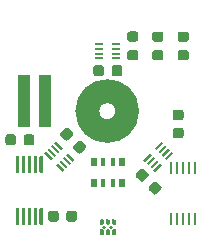
<source format=gbr>
%TF.GenerationSoftware,KiCad,Pcbnew,(5.1.10)-1*%
%TF.CreationDate,2021-10-07T10:54:52-05:00*%
%TF.ProjectId,BYTE_Magnetic,42595445-5f4d-4616-976e-657469632e6b,rev?*%
%TF.SameCoordinates,Original*%
%TF.FileFunction,Soldermask,Bot*%
%TF.FilePolarity,Negative*%
%FSLAX46Y46*%
G04 Gerber Fmt 4.6, Leading zero omitted, Abs format (unit mm)*
G04 Created by KiCad (PCBNEW (5.1.10)-1) date 2021-10-07 10:54:52*
%MOMM*%
%LPD*%
G01*
G04 APERTURE LIST*
%ADD10C,2.000000*%
%ADD11C,0.100000*%
%ADD12R,0.203200X0.304800*%
%ADD13R,1.000000X4.400000*%
%ADD14R,0.500000X0.800000*%
%ADD15R,0.400000X0.800000*%
%ADD16R,0.250000X1.100000*%
%ADD17R,0.800000X0.200000*%
G04 APERTURE END LIST*
D10*
X183671400Y-111669178D02*
G75*
G03*
X183671400Y-111669178I-1682974J0D01*
G01*
D11*
%TO.C,U3*%
G36*
X181907640Y-120850560D02*
G01*
X182110840Y-120850560D01*
X182110840Y-121168060D01*
X182009240Y-121269660D01*
X181907640Y-121168060D01*
X181907640Y-120850560D01*
G37*
X181907640Y-120850560D02*
X182110840Y-120850560D01*
X182110840Y-121168060D01*
X182009240Y-121269660D01*
X181907640Y-121168060D01*
X181907640Y-120850560D01*
G36*
X181407260Y-120850560D02*
G01*
X181610460Y-120850560D01*
X181610460Y-121168060D01*
X181508860Y-121269660D01*
X181407260Y-121269660D01*
X181407260Y-120850560D01*
G37*
X181407260Y-120850560D02*
X181610460Y-120850560D01*
X181610460Y-121168060D01*
X181508860Y-121269660D01*
X181407260Y-121269660D01*
X181407260Y-120850560D01*
G36*
X181407260Y-122049440D02*
G01*
X181610460Y-122049440D01*
X181610460Y-121731940D01*
X181508860Y-121630340D01*
X181407260Y-121630340D01*
X181407260Y-122049440D01*
G37*
X181407260Y-122049440D02*
X181610460Y-122049440D01*
X181610460Y-121731940D01*
X181508860Y-121630340D01*
X181407260Y-121630340D01*
X181407260Y-122049440D01*
G36*
X181907640Y-122049440D02*
G01*
X182110840Y-122049440D01*
X182110840Y-121731940D01*
X182009240Y-121630340D01*
X181907640Y-121731940D01*
X181907640Y-122049440D01*
G37*
X181907640Y-122049440D02*
X182110840Y-122049440D01*
X182110840Y-121731940D01*
X182009240Y-121630340D01*
X181907640Y-121731940D01*
X181907640Y-122049440D01*
G36*
X182611220Y-122049440D02*
G01*
X182408020Y-122049440D01*
X182408020Y-121731940D01*
X182509620Y-121630340D01*
X182611220Y-121630340D01*
X182611220Y-122049440D01*
G37*
X182611220Y-122049440D02*
X182408020Y-122049440D01*
X182408020Y-121731940D01*
X182509620Y-121630340D01*
X182611220Y-121630340D01*
X182611220Y-122049440D01*
G36*
X182611220Y-120850560D02*
G01*
X182408020Y-120850560D01*
X182408020Y-121168060D01*
X182509620Y-121269660D01*
X182611220Y-121269660D01*
X182611220Y-120850560D01*
G37*
X182611220Y-120850560D02*
X182408020Y-120850560D01*
X182408020Y-121168060D01*
X182509620Y-121269660D01*
X182611220Y-121269660D01*
X182611220Y-120850560D01*
%TD*%
D12*
%TO.C,U3*%
X181508860Y-121002960D03*
X182009240Y-121002960D03*
X182509620Y-121002960D03*
X182509620Y-121897040D03*
X182009240Y-121897040D03*
X181508860Y-121897040D03*
D11*
G36*
X181740000Y-121288355D02*
G01*
X181901645Y-121450000D01*
X181740000Y-121611645D01*
X181578355Y-121450000D01*
X181740000Y-121288355D01*
G37*
G36*
X182278480Y-121288355D02*
G01*
X182440125Y-121450000D01*
X182278480Y-121611645D01*
X182116835Y-121450000D01*
X182278480Y-121288355D01*
G37*
%TD*%
D13*
%TO.C,M1*%
X176760000Y-110820000D03*
X174960000Y-110820000D03*
%TD*%
%TO.C,D3*%
G36*
G01*
X188173750Y-106510000D02*
X188686250Y-106510000D01*
G75*
G02*
X188905000Y-106728750I0J-218750D01*
G01*
X188905000Y-107166250D01*
G75*
G02*
X188686250Y-107385000I-218750J0D01*
G01*
X188173750Y-107385000D01*
G75*
G02*
X187955000Y-107166250I0J218750D01*
G01*
X187955000Y-106728750D01*
G75*
G02*
X188173750Y-106510000I218750J0D01*
G01*
G37*
G36*
G01*
X188173750Y-104935000D02*
X188686250Y-104935000D01*
G75*
G02*
X188905000Y-105153750I0J-218750D01*
G01*
X188905000Y-105591250D01*
G75*
G02*
X188686250Y-105810000I-218750J0D01*
G01*
X188173750Y-105810000D01*
G75*
G02*
X187955000Y-105591250I0J218750D01*
G01*
X187955000Y-105153750D01*
G75*
G02*
X188173750Y-104935000I218750J0D01*
G01*
G37*
%TD*%
%TO.C,D2*%
G36*
G01*
X183893750Y-106502500D02*
X184406250Y-106502500D01*
G75*
G02*
X184625000Y-106721250I0J-218750D01*
G01*
X184625000Y-107158750D01*
G75*
G02*
X184406250Y-107377500I-218750J0D01*
G01*
X183893750Y-107377500D01*
G75*
G02*
X183675000Y-107158750I0J218750D01*
G01*
X183675000Y-106721250D01*
G75*
G02*
X183893750Y-106502500I218750J0D01*
G01*
G37*
G36*
G01*
X183893750Y-104927500D02*
X184406250Y-104927500D01*
G75*
G02*
X184625000Y-105146250I0J-218750D01*
G01*
X184625000Y-105583750D01*
G75*
G02*
X184406250Y-105802500I-218750J0D01*
G01*
X183893750Y-105802500D01*
G75*
G02*
X183675000Y-105583750I0J218750D01*
G01*
X183675000Y-105146250D01*
G75*
G02*
X183893750Y-104927500I218750J0D01*
G01*
G37*
%TD*%
%TO.C,D1*%
G36*
G01*
X186526250Y-105810000D02*
X186013750Y-105810000D01*
G75*
G02*
X185795000Y-105591250I0J218750D01*
G01*
X185795000Y-105153750D01*
G75*
G02*
X186013750Y-104935000I218750J0D01*
G01*
X186526250Y-104935000D01*
G75*
G02*
X186745000Y-105153750I0J-218750D01*
G01*
X186745000Y-105591250D01*
G75*
G02*
X186526250Y-105810000I-218750J0D01*
G01*
G37*
G36*
G01*
X186526250Y-107385000D02*
X186013750Y-107385000D01*
G75*
G02*
X185795000Y-107166250I0J218750D01*
G01*
X185795000Y-106728750D01*
G75*
G02*
X186013750Y-106510000I218750J0D01*
G01*
X186526250Y-106510000D01*
G75*
G02*
X186745000Y-106728750I0J-218750D01*
G01*
X186745000Y-107166250D01*
G75*
G02*
X186526250Y-107385000I-218750J0D01*
G01*
G37*
%TD*%
D14*
%TO.C,RN1*%
X180840000Y-115940000D03*
D15*
X181640000Y-115940000D03*
D14*
X183240000Y-115940000D03*
D15*
X182440000Y-115940000D03*
D14*
X180840000Y-117740000D03*
D15*
X182440000Y-117740000D03*
X181640000Y-117740000D03*
D14*
X183240000Y-117740000D03*
%TD*%
D16*
%TO.C,U2*%
X189380000Y-116480000D03*
X188880000Y-116480000D03*
X188380000Y-116480000D03*
X187880000Y-116480000D03*
X187380000Y-116480000D03*
X187380000Y-120780000D03*
X187880000Y-120780000D03*
X188380000Y-120780000D03*
X188880000Y-120780000D03*
X189380000Y-120780000D03*
%TD*%
%TO.C,U1*%
G36*
G01*
X176475000Y-116925000D02*
X176325000Y-116925000D01*
G75*
G02*
X176250000Y-116850000I0J75000D01*
G01*
X176250000Y-115550000D01*
G75*
G02*
X176325000Y-115475000I75000J0D01*
G01*
X176475000Y-115475000D01*
G75*
G02*
X176550000Y-115550000I0J-75000D01*
G01*
X176550000Y-116850000D01*
G75*
G02*
X176475000Y-116925000I-75000J0D01*
G01*
G37*
G36*
G01*
X175975000Y-116925000D02*
X175825000Y-116925000D01*
G75*
G02*
X175750000Y-116850000I0J75000D01*
G01*
X175750000Y-115550000D01*
G75*
G02*
X175825000Y-115475000I75000J0D01*
G01*
X175975000Y-115475000D01*
G75*
G02*
X176050000Y-115550000I0J-75000D01*
G01*
X176050000Y-116850000D01*
G75*
G02*
X175975000Y-116925000I-75000J0D01*
G01*
G37*
G36*
G01*
X175475000Y-116925000D02*
X175325000Y-116925000D01*
G75*
G02*
X175250000Y-116850000I0J75000D01*
G01*
X175250000Y-115550000D01*
G75*
G02*
X175325000Y-115475000I75000J0D01*
G01*
X175475000Y-115475000D01*
G75*
G02*
X175550000Y-115550000I0J-75000D01*
G01*
X175550000Y-116850000D01*
G75*
G02*
X175475000Y-116925000I-75000J0D01*
G01*
G37*
G36*
G01*
X174975000Y-116925000D02*
X174825000Y-116925000D01*
G75*
G02*
X174750000Y-116850000I0J75000D01*
G01*
X174750000Y-115550000D01*
G75*
G02*
X174825000Y-115475000I75000J0D01*
G01*
X174975000Y-115475000D01*
G75*
G02*
X175050000Y-115550000I0J-75000D01*
G01*
X175050000Y-116850000D01*
G75*
G02*
X174975000Y-116925000I-75000J0D01*
G01*
G37*
G36*
G01*
X174475000Y-116925000D02*
X174325000Y-116925000D01*
G75*
G02*
X174250000Y-116850000I0J75000D01*
G01*
X174250000Y-115550000D01*
G75*
G02*
X174325000Y-115475000I75000J0D01*
G01*
X174475000Y-115475000D01*
G75*
G02*
X174550000Y-115550000I0J-75000D01*
G01*
X174550000Y-116850000D01*
G75*
G02*
X174475000Y-116925000I-75000J0D01*
G01*
G37*
G36*
G01*
X174475000Y-121325000D02*
X174325000Y-121325000D01*
G75*
G02*
X174250000Y-121250000I0J75000D01*
G01*
X174250000Y-119950000D01*
G75*
G02*
X174325000Y-119875000I75000J0D01*
G01*
X174475000Y-119875000D01*
G75*
G02*
X174550000Y-119950000I0J-75000D01*
G01*
X174550000Y-121250000D01*
G75*
G02*
X174475000Y-121325000I-75000J0D01*
G01*
G37*
G36*
G01*
X174975000Y-121325000D02*
X174825000Y-121325000D01*
G75*
G02*
X174750000Y-121250000I0J75000D01*
G01*
X174750000Y-119950000D01*
G75*
G02*
X174825000Y-119875000I75000J0D01*
G01*
X174975000Y-119875000D01*
G75*
G02*
X175050000Y-119950000I0J-75000D01*
G01*
X175050000Y-121250000D01*
G75*
G02*
X174975000Y-121325000I-75000J0D01*
G01*
G37*
G36*
G01*
X175475000Y-121325000D02*
X175325000Y-121325000D01*
G75*
G02*
X175250000Y-121250000I0J75000D01*
G01*
X175250000Y-119950000D01*
G75*
G02*
X175325000Y-119875000I75000J0D01*
G01*
X175475000Y-119875000D01*
G75*
G02*
X175550000Y-119950000I0J-75000D01*
G01*
X175550000Y-121250000D01*
G75*
G02*
X175475000Y-121325000I-75000J0D01*
G01*
G37*
G36*
G01*
X175975000Y-121325000D02*
X175825000Y-121325000D01*
G75*
G02*
X175750000Y-121250000I0J75000D01*
G01*
X175750000Y-119950000D01*
G75*
G02*
X175825000Y-119875000I75000J0D01*
G01*
X175975000Y-119875000D01*
G75*
G02*
X176050000Y-119950000I0J-75000D01*
G01*
X176050000Y-121250000D01*
G75*
G02*
X175975000Y-121325000I-75000J0D01*
G01*
G37*
G36*
G01*
X176475000Y-121325000D02*
X176325000Y-121325000D01*
G75*
G02*
X176250000Y-121250000I0J75000D01*
G01*
X176250000Y-119950000D01*
G75*
G02*
X176325000Y-119875000I75000J0D01*
G01*
X176475000Y-119875000D01*
G75*
G02*
X176550000Y-119950000I0J-75000D01*
G01*
X176550000Y-121250000D01*
G75*
G02*
X176475000Y-121325000I-75000J0D01*
G01*
G37*
%TD*%
%TO.C,C1*%
G36*
G01*
X188240000Y-112440000D02*
X187740000Y-112440000D01*
G75*
G02*
X187515000Y-112215000I0J225000D01*
G01*
X187515000Y-111765000D01*
G75*
G02*
X187740000Y-111540000I225000J0D01*
G01*
X188240000Y-111540000D01*
G75*
G02*
X188465000Y-111765000I0J-225000D01*
G01*
X188465000Y-112215000D01*
G75*
G02*
X188240000Y-112440000I-225000J0D01*
G01*
G37*
G36*
G01*
X188240000Y-113990000D02*
X187740000Y-113990000D01*
G75*
G02*
X187515000Y-113765000I0J225000D01*
G01*
X187515000Y-113315000D01*
G75*
G02*
X187740000Y-113090000I225000J0D01*
G01*
X188240000Y-113090000D01*
G75*
G02*
X188465000Y-113315000I0J-225000D01*
G01*
X188465000Y-113765000D01*
G75*
G02*
X188240000Y-113990000I-225000J0D01*
G01*
G37*
%TD*%
%TO.C,C7*%
G36*
G01*
X185545025Y-118048579D02*
X185898579Y-117695025D01*
G75*
G02*
X186216777Y-117695025I159099J-159099D01*
G01*
X186534975Y-118013223D01*
G75*
G02*
X186534975Y-118331421I-159099J-159099D01*
G01*
X186181421Y-118684975D01*
G75*
G02*
X185863223Y-118684975I-159099J159099D01*
G01*
X185545025Y-118366777D01*
G75*
G02*
X185545025Y-118048579I159099J159099D01*
G01*
G37*
G36*
G01*
X184449009Y-116952563D02*
X184802563Y-116599009D01*
G75*
G02*
X185120761Y-116599009I159099J-159099D01*
G01*
X185438959Y-116917207D01*
G75*
G02*
X185438959Y-117235405I-159099J-159099D01*
G01*
X185085405Y-117588959D01*
G75*
G02*
X184767207Y-117588959I-159099J159099D01*
G01*
X184449009Y-117270761D01*
G75*
G02*
X184449009Y-116952563I159099J159099D01*
G01*
G37*
%TD*%
%TO.C,C6*%
G36*
G01*
X181715000Y-108000000D02*
X181715000Y-108500000D01*
G75*
G02*
X181490000Y-108725000I-225000J0D01*
G01*
X181040000Y-108725000D01*
G75*
G02*
X180815000Y-108500000I0J225000D01*
G01*
X180815000Y-108000000D01*
G75*
G02*
X181040000Y-107775000I225000J0D01*
G01*
X181490000Y-107775000D01*
G75*
G02*
X181715000Y-108000000I0J-225000D01*
G01*
G37*
G36*
G01*
X183265000Y-108000000D02*
X183265000Y-108500000D01*
G75*
G02*
X183040000Y-108725000I-225000J0D01*
G01*
X182590000Y-108725000D01*
G75*
G02*
X182365000Y-108500000I0J225000D01*
G01*
X182365000Y-108000000D01*
G75*
G02*
X182590000Y-107775000I225000J0D01*
G01*
X183040000Y-107775000D01*
G75*
G02*
X183265000Y-108000000I0J-225000D01*
G01*
G37*
%TD*%
%TO.C,C3*%
G36*
G01*
X179143033Y-114576587D02*
X179496587Y-114223033D01*
G75*
G02*
X179814785Y-114223033I159099J-159099D01*
G01*
X180132983Y-114541231D01*
G75*
G02*
X180132983Y-114859429I-159099J-159099D01*
G01*
X179779429Y-115212983D01*
G75*
G02*
X179461231Y-115212983I-159099J159099D01*
G01*
X179143033Y-114894785D01*
G75*
G02*
X179143033Y-114576587I159099J159099D01*
G01*
G37*
G36*
G01*
X178047017Y-113480571D02*
X178400571Y-113127017D01*
G75*
G02*
X178718769Y-113127017I159099J-159099D01*
G01*
X179036967Y-113445215D01*
G75*
G02*
X179036967Y-113763413I-159099J-159099D01*
G01*
X178683413Y-114116967D01*
G75*
G02*
X178365215Y-114116967I-159099J159099D01*
G01*
X178047017Y-113798769D01*
G75*
G02*
X178047017Y-113480571I159099J159099D01*
G01*
G37*
%TD*%
D11*
%TO.C,U6*%
G36*
X185754314Y-115388579D02*
G01*
X185188629Y-115954264D01*
X185047208Y-115812843D01*
X185612893Y-115247158D01*
X185754314Y-115388579D01*
G37*
G36*
X186037157Y-115671421D02*
G01*
X185471472Y-116237106D01*
X185330051Y-116095685D01*
X185895736Y-115530000D01*
X186037157Y-115671421D01*
G37*
G36*
X186320000Y-115954264D02*
G01*
X185754315Y-116519949D01*
X185612894Y-116378528D01*
X186178579Y-115812843D01*
X186320000Y-115954264D01*
G37*
G36*
X186602842Y-116237107D02*
G01*
X186037157Y-116802792D01*
X185895736Y-116661371D01*
X186461421Y-116095686D01*
X186602842Y-116237107D01*
G37*
G36*
X187592792Y-115247157D02*
G01*
X187027107Y-115812842D01*
X186885686Y-115671421D01*
X187451371Y-115105736D01*
X187592792Y-115247157D01*
G37*
G36*
X187309949Y-114964315D02*
G01*
X186744264Y-115530000D01*
X186602843Y-115388579D01*
X187168528Y-114822894D01*
X187309949Y-114964315D01*
G37*
G36*
X187027106Y-114681472D02*
G01*
X186461421Y-115247157D01*
X186320000Y-115105736D01*
X186885685Y-114540051D01*
X187027106Y-114681472D01*
G37*
G36*
X186744264Y-114398629D02*
G01*
X186178579Y-114964314D01*
X186037158Y-114822893D01*
X186602843Y-114257208D01*
X186744264Y-114398629D01*
G37*
%TD*%
D17*
%TO.C,U5*%
X182710000Y-107200000D03*
X182710000Y-106800000D03*
X182710000Y-106400000D03*
X182710000Y-106000000D03*
X181310000Y-106000000D03*
X181310000Y-106400000D03*
X181310000Y-106800000D03*
X181310000Y-107200000D03*
%TD*%
D11*
%TO.C,U4*%
G36*
X178071421Y-114964314D02*
G01*
X177505736Y-114398629D01*
X177647157Y-114257208D01*
X178212842Y-114822893D01*
X178071421Y-114964314D01*
G37*
G36*
G01*
X177781508Y-115254228D02*
X177215823Y-114688543D01*
G75*
G02*
X177215823Y-114674401I7071J7071D01*
G01*
X177357244Y-114532980D01*
G75*
G02*
X177371386Y-114532980I7071J-7071D01*
G01*
X177937071Y-115098665D01*
G75*
G02*
X177937071Y-115112807I-7071J-7071D01*
G01*
X177795650Y-115254228D01*
G75*
G02*
X177781508Y-115254228I-7071J7071D01*
G01*
G37*
G36*
X177505736Y-115530000D02*
G01*
X176940051Y-114964315D01*
X177081472Y-114822894D01*
X177647157Y-115388579D01*
X177505736Y-115530000D01*
G37*
G36*
X177222893Y-115812842D02*
G01*
X176657208Y-115247157D01*
X176798629Y-115105736D01*
X177364314Y-115671421D01*
X177222893Y-115812842D01*
G37*
G36*
X178212843Y-116802792D02*
G01*
X177647158Y-116237107D01*
X177788579Y-116095686D01*
X178354264Y-116661371D01*
X178212843Y-116802792D01*
G37*
G36*
X178495685Y-116519949D02*
G01*
X177930000Y-115954264D01*
X178071421Y-115812843D01*
X178637106Y-116378528D01*
X178495685Y-116519949D01*
G37*
G36*
X178778528Y-116237106D02*
G01*
X178212843Y-115671421D01*
X178354264Y-115530000D01*
X178919949Y-116095685D01*
X178778528Y-116237106D01*
G37*
G36*
X179061371Y-115954264D02*
G01*
X178495686Y-115388579D01*
X178637107Y-115247158D01*
X179202792Y-115812843D01*
X179061371Y-115954264D01*
G37*
%TD*%
%TO.C,C5*%
G36*
G01*
X174914740Y-114350000D02*
X174914740Y-113850000D01*
G75*
G02*
X175139740Y-113625000I225000J0D01*
G01*
X175589740Y-113625000D01*
G75*
G02*
X175814740Y-113850000I0J-225000D01*
G01*
X175814740Y-114350000D01*
G75*
G02*
X175589740Y-114575000I-225000J0D01*
G01*
X175139740Y-114575000D01*
G75*
G02*
X174914740Y-114350000I0J225000D01*
G01*
G37*
G36*
G01*
X173364740Y-114350000D02*
X173364740Y-113850000D01*
G75*
G02*
X173589740Y-113625000I225000J0D01*
G01*
X174039740Y-113625000D01*
G75*
G02*
X174264740Y-113850000I0J-225000D01*
G01*
X174264740Y-114350000D01*
G75*
G02*
X174039740Y-114575000I-225000J0D01*
G01*
X173589740Y-114575000D01*
G75*
G02*
X173364740Y-114350000I0J225000D01*
G01*
G37*
%TD*%
%TO.C,C4*%
G36*
G01*
X178525000Y-120830000D02*
X178525000Y-120330000D01*
G75*
G02*
X178750000Y-120105000I225000J0D01*
G01*
X179200000Y-120105000D01*
G75*
G02*
X179425000Y-120330000I0J-225000D01*
G01*
X179425000Y-120830000D01*
G75*
G02*
X179200000Y-121055000I-225000J0D01*
G01*
X178750000Y-121055000D01*
G75*
G02*
X178525000Y-120830000I0J225000D01*
G01*
G37*
G36*
G01*
X176975000Y-120830000D02*
X176975000Y-120330000D01*
G75*
G02*
X177200000Y-120105000I225000J0D01*
G01*
X177650000Y-120105000D01*
G75*
G02*
X177875000Y-120330000I0J-225000D01*
G01*
X177875000Y-120830000D01*
G75*
G02*
X177650000Y-121055000I-225000J0D01*
G01*
X177200000Y-121055000D01*
G75*
G02*
X176975000Y-120830000I0J225000D01*
G01*
G37*
%TD*%
M02*

</source>
